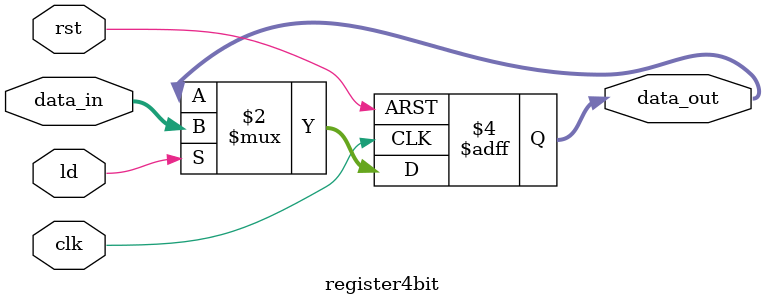
<source format=v>
module register4bit (clk, rst, ld, data_in, data_out);
    input clk, rst, ld;
    input[3:0] data_in;
    output reg[3:0] data_out;
    always @(posedge clk or posedge rst) begin
        if (rst)
            data_out <= 4'b0000;
        else if(ld)
            data_out <= data_in;
    end
endmodule
</source>
